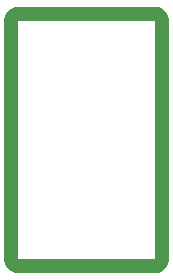
<source format=gko>
G04*
G04 #@! TF.GenerationSoftware,Altium Limited,Altium Designer,23.3.1 (30)*
G04*
G04 Layer_Color=16711935*
%FSLAX25Y25*%
%MOIN*%
G70*
G04*
G04 #@! TF.SameCoordinates,C83B7F6B-13C3-4CBD-8C34-FD451FA8F7DD*
G04*
G04*
G04 #@! TF.FilePolarity,Positive*
G04*
G01*
G75*
%ADD31C,0.04724*%
D31*
X47862Y79500D02*
X47682Y80404D01*
X47170Y81170D01*
X46404Y81682D01*
X45500Y81862D01*
X47862Y79500D02*
X47682Y80404D01*
X47170Y81170D01*
X46404Y81682D01*
X45500Y81862D01*
Y-2362D02*
X46404Y-2183D01*
X47170Y-1670D01*
X47682Y-904D01*
X47862Y0D01*
X45500Y-2362D02*
X46404Y-2183D01*
X47170Y-1670D01*
X47682Y-904D01*
X47862Y0D01*
X0Y81862D02*
X-904Y81682D01*
X-1670Y81170D01*
X-2183Y80404D01*
X-2362Y79500D01*
X0Y81862D02*
X-904Y81682D01*
X-1670Y81170D01*
X-2183Y80404D01*
X-2362Y79500D01*
Y0D02*
X-2183Y-904D01*
X-1670Y-1670D01*
X-904Y-2183D01*
X0Y-2362D01*
X-2362Y0D02*
X-2183Y-904D01*
X-1670Y-1670D01*
X-904Y-2183D01*
X0Y-2362D01*
X47862Y0D02*
Y79500D01*
X0Y81862D02*
X45500D01*
X0Y-2362D02*
X45500D01*
X-2362Y0D02*
Y79500D01*
M02*

</source>
